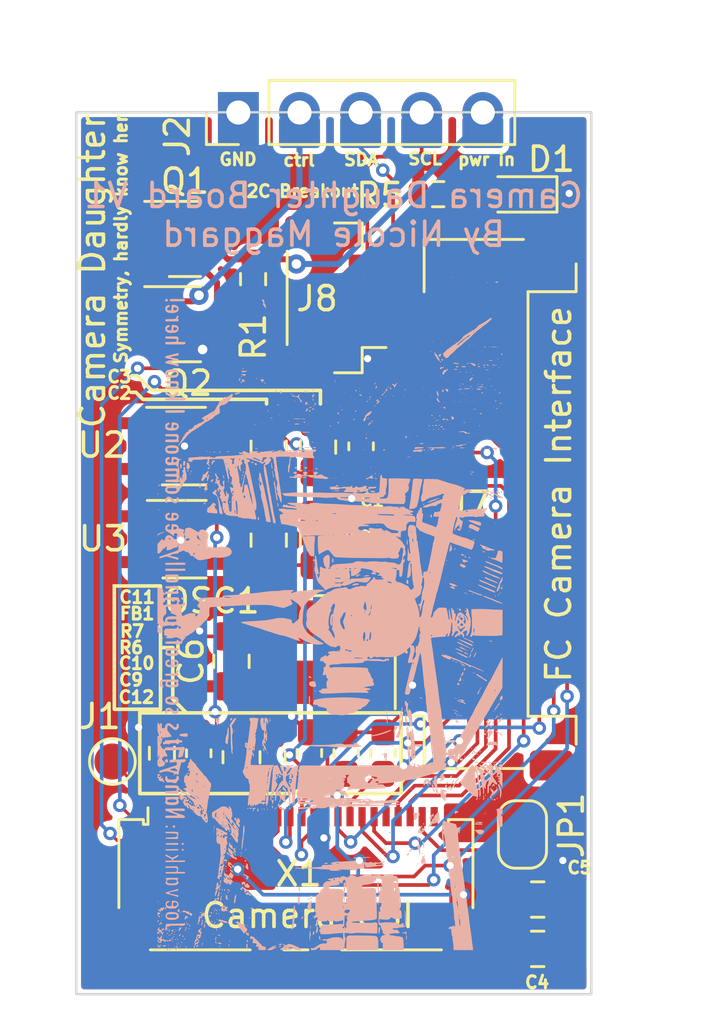
<source format=kicad_pcb>
(kicad_pcb (version 20221018) (generator pcbnew)
  (layers (0 "F.Cu" signal) (31 "B.Cu" signal) (34 "B.Paste" user) (35 "F.Paste" user) (36 "B.SilkS" user "B.Silkscreen") (37 "F.SilkS" user "F.Silkscreen") (38 "B.Mask" user) (39 "F.Mask" user) (44 "Edge.Cuts" user))
  (net 0 "")
  (net 1 "1.5V")
  (net 2 "+3V3")
  (net 3 "2.8V")
  (net 4 "VBUS_RESET {slash} PC")
  (net 5 "AGND")
  (net 6 "Net-(J1-Pin_1)")
  (net 7 "D9")
  (net 8 "D8")
  (net 9 "GND")
  (net 10 "ENABLE_BURN {slash} D7")
  (net 11 "D6")
  (net 12 "D5")
  (net 13 "D4")
  (net 14 "ENAB_RF {slash} D3")
  (net 15 "I2C_RESET {slash} D2")
  (net 16 "BURN_RELAY_A {slash} VS")
  (net 17 "HS")
  (net 18 "Net-(JP1-A)")
  (net 19 "Net-(OSC1-OUT)")
  (net 20 "Net-(X1-~{RESET})")
  (net 21 "Net-(X1-PWDN)")
  (net 24 "SDA1")
  (net 25 "SCL1")
  (net 27 "Net-(D1-A)")
  (net 28 "Net-(Q1-G)")
  (net 29 "pwr_in")
  (net 30 "pwr_ctrl")
  (footprint "Capacitor_SMD:C_0805_2012Metric_Pad1.18x1.45mm_HandSolder" (layer "F.Cu") (at 154.95 119.56 -90)
    (fp_text reference "C2")
    (fp_text value "10uF")
  )
  (footprint "Oscillator:Oscillator_SMD_SeikoEpson_SG8002CE-4Pin_3.2x2.5mm_HandSoldering" (layer "F.Cu") (at 157.41 128.07 180)
    (fp_text reference "OSC1")
    (fp_text value "24MHz 3.3V Oscillator")
  )
  (footprint "Jumper:SolderJumper-2_P1.3mm_Open_RoundedPad1.0x1.5mm" (layer "F.Cu") (at 165.5 135.64 90)
    (fp_text reference "JP1")
    (fp_text value "Jumper_2_Open")
  )
  (footprint "Capacitor_SMD:C_0603_1608Metric_Pad1.08x0.95mm_HandSolder" (layer "F.Cu") (at 158.79 119.5225 -90)
    (fp_text reference "C1")
    (fp_text value "1.0uF")
  )
  (footprint "Capacitor_SMD:C_0805_2012Metric_Pad1.18x1.45mm_HandSolder" (layer "F.Cu") (at 153.4 128.45 90)
    (fp_text reference "C6")
    (fp_text value "10uF")
  )
  (footprint "Capacitor_SMD:C_0603_1608Metric_Pad1.08x0.95mm_HandSolder" (layer "F.Cu") (at 159.7 132.26 90)
    (fp_text reference "C12")
    (fp_text value "22pF")
  )
  (footprint "Capacitor_SMD:C_0805_2012Metric_Pad1.18x1.45mm_HandSolder" (layer "F.Cu") (at 166.1325 140.39)
    (fp_text reference "C4")
    (fp_text value "10uF")
  )
  (footprint "Connector_Molex:Molex_Pico-Lock_504050-1291_1x12-1MP_P1.50mm_Horizontal" (layer "F.Cu") (at 164.305 121.915 90)
    (fp_text reference "J7")
    (fp_text value "FC Connector")
  )
  (footprint "Resistor_SMD:R_0603_1608Metric" (layer "F.Cu") (at 155.11 132.435 90)
    (fp_text reference "R7")
    (fp_text value "10K")
  )
  (footprint "Package_TO_SOT_SMD:SOT-23-5_HandSoldering" (layer "F.Cu") (at 151.45 123.3775)
    (fp_text reference "U3")
    (fp_text value "TLV74328")
  )
  (footprint "Capacitor_SMD:C_0603_1608Metric_Pad1.08x0.95mm_HandSolder" (layer "F.Cu") (at 158.17 132.26 90)
    (fp_text reference "C9")
    (fp_text value "0.1uF")
  )
  (footprint "Package_TO_SOT_SMD:SOT-23-5_HandSoldering" (layer "F.Cu") (at 151.42 119.5125)
    (fp_text reference "U2")
    (fp_text value "TLV74315")
  )
  (footprint "Resistor_SMD:R_0603_1608Metric_Pad0.98x0.95mm_HandSolder" (layer "F.Cu") (at 150.51 132.2675 -90)
    (fp_text reference "FB1")
    (fp_text value "ferrite")
  )
  (footprint "Capacitor_SMD:C_0603_1608Metric_Pad1.08x0.95mm_HandSolder" (layer "F.Cu") (at 152.04 132.2675 90)
    (fp_text reference "C11")
    (fp_text value "0.1uF")
  )
  (footprint "Capacitor_SMD:C_0805_2012Metric_Pad1.18x1.45mm_HandSolder" (layer "F.Cu") (at 157 119.5525 -90)
    (fp_text reference "C3")
    (fp_text value "10uF")
  )
  (footprint "Capacitor_SMD:C_0805_2012Metric_Pad1.18x1.45mm_HandSolder" (layer "F.Cu") (at 157 123.4075 -90)
    (fp_text reference "C7")
    (fp_text value "10uF")
  )
  (footprint "TestPoint:TestPoint_Pad_D1.5mm" (layer "F.Cu") (at 148.45 132.61)
    (fp_text reference "J1")
    (fp_text value "Conn_01x01")
  )
  (footprint "Resistor_SMD:R_0603_1608Metric" (layer "F.Cu") (at 154.3 112.58 -90)
    (fp_text reference "R1")
    (fp_text value "10K")
  )
  (footprint "Connector_PinHeader_2.54mm:PinHeader_1x05_P2.54mm_Vertical" (layer "F.Cu") (at 153.69 105.66 90)
    (fp_text reference "J2")
    (fp_text value "Conn_01x05")
  )
  (footprint "Capacitor_SMD:C_0603_1608Metric_Pad1.08x0.95mm_HandSolder" (layer "F.Cu") (at 156.64 132.2575 90)
    (fp_text reference "C10")
    (fp_text value "0.1uF")
  )
  (footprint "LED_SMD:LED_0603_1608Metric_Pad1.05x0.95mm_HandSolder" (layer "F.Cu") (at 165.275 109.06 180)
    (fp_text reference "D1")
    (fp_text value "IR26-21C_L110_TR8")
  )
  (footprint "Connector_FFC-FPC:Molex_502244-2430_1x24-1MP_P0.5mm_Horizontal" (layer "F.Cu") (at 156.08 137.98)
    (fp_text reference "X1")
    (fp_text value "CAMERA_OV2640")
  )
  (footprint "Capacitor_SMD:C_0805_2012Metric_Pad1.18x1.45mm_HandSolder" (layer "F.Cu") (at 154.95 123.4175 -90)
    (fp_text reference "C8")
    (fp_text value "10uF")
  )
  (footprint "Package_TO_SOT_SMD:SOT-23" (layer "F.Cu") (at 151.4675 110.91)
    (fp_text reference "Q1")
    (fp_text value "BSS83P")
  )
  (footprint "Package_TO_SOT_SMD:SOT-23" (layer "F.Cu") (at 151.4675 114.45)
    (fp_text reference "Q2")
    (fp_text value "BSS138")
  )
  (footprint "Connector_JST:JST_SH_BM04B-SRSS-TB_1x04-1MP_P1.00mm_Vertical" (layer "F.Cu") (at 157.725 113.3575 90)
    (fp_text reference "J8")
    (fp_text value "I2C1 Breakout")
  )
  (footprint "Resistor_SMD:R_0603_1608Metric" (layer "F.Cu") (at 161.995 109.05)
    (fp_text reference "R5")
    (fp_text value "10K")
  )
  (footprint "Resistor_SMD:R_0603_1608Metric" (layer "F.Cu") (at 153.57 132.43 -90)
    (fp_text reference "R6")
    (fp_text value "10K")
  )
  (footprint "Capacitor_SMD:C_0805_2012Metric_Pad1.18x1.45mm_HandSolder" (layer "F.Cu") (at 166.1325 138.34)
    (fp_text reference "C5")
    (fp_text value "10uF")
  )
  (footprint "LOGO" (layer "B.Cu") (at 157.46 126.44 90)
    (fp_text reference "G***" hide)
    (fp_text value "LOGO" hide)
  )
  (gr_rect (start 148.53 125.32) (end 150.45 130.44) (stroke (width 0.15)) (fill none) (layer "F.SilkS"))
  (gr_line (start 157.1 117.2) (end 157.1 117.76) (stroke (width 0.15)) (layer "F.SilkS"))
  (gr_rect (start 149.59 130.59) (end 160.46 133.94) (stroke (width 0.15)) (fill none) (layer "F.SilkS"))
  (gr_line (start 154.86 117.57) (end 154.86 117.76) (stroke (width 0.15)) (layer "F.SilkS"))
  (gr_line (start 150.09 117.2) (end 157.1 117.2) (stroke (width 0.15)) (layer "F.SilkS"))
  (gr_line (start 149.26 116.59) (end 149.48 116.59) (stroke (width 0.15)) (layer "F.SilkS"))
  (gr_line (start 150.45 127.88) (end 150.96 127.88) (stroke (width 0.15)) (layer "F.SilkS"))
  (gr_line (start 150.96 130.02) (end 151.53 130.59) (stroke (width 0.15)) (layer "F.SilkS"))
  (gr_line (start 149.48 116.59) (end 150.09 117.2) (stroke (width 0.15)) (layer "F.SilkS"))
  (gr_line (start 149.22 117.28) (end 149.43 117.28) (stroke (width 0.15)) (layer "F.SilkS"))
  (gr_line (start 149.43 117.28) (end 149.72 117.57) (stroke (width 0.15)) (layer "F.SilkS"))
  (gr_line (start 149.72 117.57) (end 154.86 117.57) (stroke (width 0.15)) (layer "F.SilkS"))
  (gr_line (start 150.96 127.88) (end 150.96 130.02) (stroke (width 0.15)) (layer "F.SilkS"))
  (gr_rect (start 146.95 105.65) (end 168.36 142.27) (stroke (width 0.1)) (fill none) (layer "Edge.Cuts"))
  (gr_text "Camera Daughter Board V1\nBy Nicole Maggard" (at 157.65 111.3) (layer "B.SilkS") (effects (font (size 1 1)) (justify bottom mirror)))
  (gr_text "pwr in" (at 162.75 107.9) (layer "F.SilkS") (effects (font (size 0.5 0.5) (thickness 0.125) bold) (justify left bottom)))
  (gr_text "Symmetry, hardly know her" (at 149.1 116.15 90) (layer "F.SilkS") (effects (font (size 0.5 0.5) (thickness 0.125) bold) (justify left bottom)))
  (gr_text "FC Camera Interface" (at 167.59 129.42 90) (layer "F.SilkS") (effects (font (size 1 1)) (justify left bottom)))
  (gr_text "SCL" (at 160.68 107.87) (layer "F.SilkS") (effects (font (size 0.5 0.5) (thickness 0.125)) (justify left bottom)))
  (gr_text "I2C Breakout" (at 153.72 109.22) (layer "F.SilkS") (effects (font (size 0.5 0.5) (thickness 0.125)) (justify left bottom)))
  (gr_text "Camera CSI" (at 152.07 139.59) (layer "F.SilkS") (effects (font (size 1 1)) (justify left bottom)))
  (gr_text "GND" (at 152.83 107.9) (layer "F.SilkS") (effects (font (size 0.5 0.5) (thickness 0.125)) (justify left bottom)))
  (gr_text "SDA" (at 158.01 107.91) (layer "F.SilkS") (effects (font (size 0.5 0.5) (thickness 0.125)) (justify left bottom)))
  (gr_text "ctrl" (at 155.49 107.93) (layer "F.SilkS") (effects (font (size 0.5 0.5) (thickness 0.125)) (justify left bottom)))
  (gr_text "Camera Daughter" (at 148.21 118.86 90) (layer "F.SilkS") (effects (font (size 1 1)) (justify left bottom)))
  (segment (start 156.64 133.12) (end 155.5362 134.2238) (width 0.1524) (layer "F.Cu") (net 1))
  (segment (start 156.64 133.12) (end 156.598746 133.12) (width 0.1524) (layer "F.Cu") (net 1))
  (segment (start 158.6925 118.5625) (end 152.77 118.5625) (width 0.1524) (layer "F.Cu") (net 1))
  (segment (start 158.79 118.66) (end 158.6925 118.5625) (width 0.1524) (layer "F.Cu") (net 1))
  (segment (start 155.8475 119.42) (end 154.95 118.5225) (width 0.1524) (layer "F.Cu") (net 1))
  (segment (start 154.83 134.2976) (end 154.83 134.9) (width 0.1524) (layer "F.Cu") (net 1))
  (segment (start 155.5362 134.2238) (end 154.9038 134.2238) (width 0.1524) (layer "F.Cu") (net 1))
  (segment (start 156.1 119.42) (end 155.8475 119.42) (width 0.1524) (layer "F.Cu") (net 1))
  (segment (start 156.598746 133.12) (end 155.814936 132.33619) (width 0.1524) (layer "F.Cu") (net 1))
  (segment (start 154.9038 134.2238) (end 154.83 134.2976) (width 0.1524) (layer "F.Cu") (net 1))
  (via (at 155.814936 132.33619) (size 0.56) (drill 0.3) (layers "F.Cu" "B.Cu") (net 1))
  (via (at 156.1 119.42) (size 0.56) (drill 0.3) (layers "F.Cu" "B.Cu") (net 1))
  (segment (start 155.814936 132.33619) (end 156.4562 131.694926) (width 0.1524) (layer "B.Cu") (net 1))
  (segment (start 156.4562 131.694926) (end 156.4562 119.7762) (width 0.1524) (layer "B.Cu") (net 1))
  (segment (start 156.4562 119.7762) (end 156.1 119.42) (width 0.1524) (layer "B.Cu") (net 1))
  (segment (start 155.952182 137.032182) (end 155.06 136.14) (width 0.1524) (layer "F.Cu") (net 2))
  (segment (start 155.33 135.5024) (end 155.33 134.9) (width 0.1524) (layer "F.Cu") (net 2))
  (segment (start 158.72 136.72) (end 158.407818 137.032182) (width 0.1524) (layer "F.Cu") (net 2))
  (segment (start 155.06 136.14) (end 155.06 135.7724) (width 0.1524) (layer "F.Cu") (net 2))
  (segment (start 163.25 138.34) (end 163.05 138.14) (width 0.1524) (layer "F.Cu") (net 2))
  (segment (start 157.8 134.020498) (end 157.8 133.4925) (width 0.1524) (layer "F.Cu") (net 2))
  (segment (start 155.06 135.7724) (end 155.33 135.5024) (width 0.1524) (layer "F.Cu") (net 2))
  (segment (start 158.96 129.32) (end 158.96 126.82) (width 0.1524) (layer "F.Cu") (net 2))
  (segment (start 165.095 138.34) (end 163.25 138.34) (width 0.1524) (layer "F.Cu") (net 2))
  (segment (start 153.57 129.6575) (end 153.4 129.4875) (width 0.1524) (layer "F.Cu") (net 2))
  (segment (start 158.407818 137.032182) (end 155.952182 137.032182) (width 0.1524) (layer "F.Cu") (net 2))
  (segment (start 157.8 133.4925) (end 158.17 133.1225) (width 0.1524) (layer "F.Cu") (net 2))
  (segment (start 153.57 131.605) (end 153.57 129.6575) (width 0.1524) (layer "F.Cu") (net 2))
  (via (at 153.66 137.08) (size 0.56) (drill 0.3) (layers "F.Cu" "B.Cu") (net 2))
  (via (at 158.72 136.72) (size 0.56) (drill 0.3) (layers "F.Cu" "B.Cu") (net 2))
  (via (at 157.8 134.020498) (size 0.56) (drill 0.3) (layers "F.Cu" "B.Cu") (net 2))
  (via (at 163.05 138.14) (size 0.56) (drill 0.3) (layers "F.Cu" "B.Cu") (net 2))
  (segment (start 158.339114 136.72) (end 157.8 136.180886) (width 0.1524) (layer "B.Cu") (net 2))
  (segment (start 158.72 136.72) (end 158.67 136.77) (width 0.1524) (layer "B.Cu") (net 2))
  (segment (start 158.67 138.14) (end 154.72 138.14) (width 0.1524) (layer "B.Cu") (net 2))
  (segment (start 154.72 138.14) (end 153.66 137.08) (width 0.1524) (layer "B.Cu") (net 2))
  (segment (start 158.67 136.77) (end 158.67 138.14) (width 0.1524) (layer "B.Cu") (net 2))
  (segment (start 157.8 136.180886) (end 157.8 134.020498) (width 0.1524) (layer "B.Cu") (net 2))
  (segment (start 163.05 138.14) (end 158.67 138.14) (width 0.1524) (layer "B.Cu") (net 2))
  (segment (start 158.72 136.72) (end 158.339114 136.72) (width 0.1524) (layer "B.Cu") (net 2))
  (segment (start 157 122.37) (end 156.9425 122.4275) (width 0.1524) (layer "F.Cu") (net 3))
  (segment (start 156.9425 122.4275) (end 152.8 122.4275) (width 0.1524) (layer "F.Cu") (net 3))
  (segment (start 151.83 133.34) (end 152.04 133.13) (width 0.127) (layer "F.Cu") (net 3))
  (segment (start 152.7912 130.611635) (end 152.721871 130.542306) (width 0.1524) (layer "F.Cu") (net 3))
  (segment (start 152.04 133.13) (end 152.7912 132.3788) (width 0.1524) (layer "F.Cu") (net 3))
  (segment (start 151.83 134.9) (end 151.83 133.34) (width 0.127) (layer "F.Cu") (net 3))
  (segment (start 152.79 123.3) (end 152.79 122.4375) (width 0.1524) (layer "F.Cu") (net 3))
  (segment (start 152.7912 132.3788) (end 152.7912 130.611635) (width 0.1524) (layer "F.Cu") (net 3))
  (segment (start 152.79 122.4375) (end 152.8 122.4275) (width 0.1524) (layer "F.Cu") (net 3))
  (via (at 152.721871 130.542306) (size 0.56) (drill 0.3) (layers "F.Cu" "B.Cu") (net 3))
  (via (at 152.79 123.3) (size 0.56) (drill 0.3) (layers "F.Cu" "B.Cu") (net 3))
  (segment (start 152.721871 123.368129) (end 152.79 123.3) (width 0.1524) (layer "B.Cu") (net 3))
  (segment (start 152.721871 130.542306) (end 152.721871 123.368129) (width 0.1524) (layer "B.Cu") (net 3))
  (segment (start 160.225017 133.1225) (end 160.559894 132.787623) (width 0.1524) (layer "F.Cu") (net 4))
  (segment (start 159.7 133.1225) (end 160.225017 133.1225) (width 0.1524) (layer "F.Cu") (net 4))
  (segment (start 159.5051 133.1225) (end 159.7 133.1225) (width 0.1524) (layer "F.Cu") (net 4))
  (segment (start 166.2 120.665046) (end 162.199954 116.665) (width 0.1524) (layer "F.Cu") (net 4))
  (segment (start 166.2 131.22) (end 166.2 120.665046) (width 0.1524) (layer "F.Cu") (net 4))
  (segment (start 158.33 134.9) (end 158.33 134.2976) (width 0.1524) (layer "F.Cu") (net 4))
  (segment (start 162.199954 116.665) (end 161.51 116.665) (width 0.1524) (layer "F.Cu") (net 4))
  (segment (start 158.33 134.2976) (end 159.5051 133.1225) (width 0.1524) (layer "F.Cu") (net 4))
  (via (at 166.2 131.22) (size 0.56) (drill 0.3) (layers "F.Cu" "B.Cu") (net 4))
  (via (at 160.559894 132.787623) (size 0.56) (drill 0.3) (layers "F.Cu" "B.Cu") (net 4))
  (segment (start 166.1738 131.1938) (end 166.2 131.22) (width 0.1524) (layer "B.Cu") (net 4))
  (segment (start 160.559894 132.787623) (end 162.153717 131.1938) (width 0.1524) (layer "B.Cu") (net 4))
  (segment (start 162.153717 131.1938) (end 166.1738 131.1938) (width 0.1524) (layer "B.Cu") (net 4))
  (segment (start 150.83 133.5) (end 150.51 133.18) (width 0.127) (layer "F.Cu") (net 5))
  (segment (start 150.83 134.9) (end 150.83 133.5) (width 0.127) (layer "F.Cu") (net 5))
  (segment (start 150.33 134.9) (end 150.33 134.49) (width 0.127) (layer "F.Cu") (net 6))
  (segment (start 150.33 134.49) (end 148.45 132.61) (width 0.127) (layer "F.Cu") (net 6))
  (segment (start 161.727738 131.05) (end 162.2862 130.491538) (width 0.1524) (layer "F.Cu") (net 7))
  (segment (start 161.26 131.05) (end 161.727738 131.05) (width 0.1524) (layer "F.Cu") (net 7))
  (segment (start 162.2862 129.4412) (end 161.51 128.665) (width 0.1524) (layer "F.Cu") (net 7))
  (segment (start 162.2862 130.491538) (end 162.2862 129.4412) (width 0.1524) (layer "F.Cu") (net 7))
  (segment (start 155.66208 135.9562) (end 155.83 135.78828) (width 0.1524) (layer "F.Cu") (net 7))
  (segment (start 155.83 135.78828) (end 155.83 134.9) (width 0.1524) (layer "F.Cu") (net 7))
  (via (at 155.66208 135.9562) (size 0.56) (drill 0.3) (layers "F.Cu" "B.Cu") (net 7))
  (via (at 161.26 131.05) (size 0.56) (drill 0.3) (layers "F.Cu" "B.Cu") (net 7))
  (segment (start 155.66208 135.9562) (end 155.66208 134.66792) (width 0.1524) (layer "B.Cu") (net 7))
  (segment (start 159.28 131.05) (end 161.26 131.05) (width 0.1524) (layer "B.Cu") (net 7))
  (segment (start 155.66208 134.66792) (end 159.28 131.05) (width 0.1524) (layer "B.Cu") (net 7))
  (segment (start 161.440287 131.835819) (end 162.8 130.476106) (width 0.1524) (layer "F.Cu") (net 8))
  (segment (start 162.8 127.34) (end 162.625 127.165) (width 0.1524) (layer "F.Cu") (net 8))
  (segment (start 156.83 135.410226) (end 156.83 134.9) (width 0.1524) (layer "F.Cu") (net 8))
  (segment (start 156.31 135.930226) (end 156.83 135.410226) (width 0.1524) (layer "F.Cu") (net 8))
  (segment (start 162.625 127.165) (end 161.51 127.165) (width 0.1524) (layer "F.Cu") (net 8))
  (segment (start 162.8 130.476106) (end 162.8 127.34) (width 0.1524) (layer "F.Cu") (net 8))
  (segment (start 160.725819 131.835819) (end 161.440287 131.835819) (width 0.1524) (layer "F.Cu") (net 8))
  (segment (start 156.31 136.476482) (end 156.31 135.930226) (width 0.1524) (layer "F.Cu") (net 8))
  (via (at 160.725819 131.835819) (size 0.56) (drill 0.3) (layers "F.Cu" "B.Cu") (net 8))
  (via (at 156.31 136.476482) (size 0.56) (drill 0.3) (layers "F.Cu" "B.Cu") (net 8))
  (segment (start 160.725819 131.835819) (end 159.198093 131.835819) (width 0.1524) (layer "B.Cu") (net 8))
  (segment (start 156.21828 136.384762) (end 156.31 136.476482) (width 0.1524) (layer "B.Cu") (net 8))
  (segment (start 159.198093 131.835819) (end 156.21828 134.815632) (width 0.1524) (layer "B.Cu") (net 8))
  (segment (start 156.21828 134.815632) (end 156.21828 136.384762) (width 0.1524) (layer "B.Cu") (net 8))
  (segment (start 167.17 140.39) (end 167.17 138.34) (width 0.1524) (layer "F.Cu") (net 9))
  (segment (start 161.51 130.02) (end 160.93 129.44) (width 0.1524) (layer "F.Cu") (net 9))
  (segment (start 159.7 131.3975) (end 158.17 131.3975) (width 0.1524) (layer "F.Cu") (net 9))
  (segment (start 149.705 131.355) (end 149.54 131.19) (width 0.1524) (layer "F.Cu") (net 9))
  (segment (start 155.86 125.365) (end 154.95 124.455) (width 0.1524) (layer "F.Cu") (net 9))
  (segment (start 150.51 131.355) (end 149.705 131.355) (width 0.1524) (layer "F.Cu") (net 9))
  (segment (start 157.33 135.696812) (end 157.33 134.9) (width 0.1524) (layer "F.Cu") (net 9))
  (segment (start 155.325 131.305) (end 155.325 131.395) (width 0.1524) (layer "F.Cu") (net 9))
  (segment (start 152.1 115.4) (end 152.2 115.5) (width 0.25) (layer "F.Cu") (net 9))
  (segment (start 154.95 120.5975) (end 158.5775 120.5975) (width 0.1524) (layer "F.Cu") (net 9))
  (segment (start 161.51 130.165) (end 161.51 130.02) (width 0.1524) (layer "F.Cu") (net 9))
  (segment (start 154.95 124.455) (end 156.99 124.455) (width 0.1524) (layer "F.Cu") (net 9))
  (segment (start 167.4 109.06) (end 167.44 109.02) (width 0.1524) (layer "F.Cu") (net 9))
  (segment (start 155.86 126.82) (end 155.86 125.365) (width 0.1524) (layer "F.Cu") (net 9))
  (segment (start 151.2475 123.3775) (end 151.29 123.42) (width 0.1524) (layer "F.Cu") (net 9))
  (segment (start 155.325 131.395) (end 155.11 131.61) (width 0.1524) (layer "F.Cu") (net 9))
  (segment (start 155.86 126.82) (end 153.9925 126.82) (width 0.1524) (layer "F.Cu") (net 9))
  (segment (start 155.9 130.73) (end 155.325 131.305) (width 0.1524) (layer "F.Cu") (net 9))
  (segment (start 157.2443 135.782512) (end 157.33 135.696812) (width 0.1524) (layer "F.Cu") (net 9))
  (segment (start 159.05 115.87) (end 159.06 115.88) (width 0.1524) (layer "F.Cu") (net 9))
  (segment (start 158.5775 120.5975) (end 158.79 120.385) (width 0.1524) (layer "F.Cu") (net 9))
  (segment (start 153.9925 126.82) (end 153.4 127.4125) (width 0.1524) (layer "F.Cu") (net 9))
  (segment (start 166.15 109.06) (end 167.4 109.06) (width 0.1524) (layer "F.Cu") (net 9))
  (segment (start 167.17 138.34) (end 167.17 136.73) (width 0.1524) (layer "F.Cu") (net 9))
  (segment (start 161.51 130.165) (end 160.9325 130.165) (width 0.1524) (layer "F.Cu") (net 9))
  (segment (start 158.79 120.385) (end 158.79 121.3) (width 0.1524) (layer "F.Cu") (net 9))
  (segment (start 152.3025 127.4125) (end 152.08 127.19) (width 0.1524) (layer "F.Cu") (net 9))
  (segment (start 167.17 136.73) (end 167.18 136.72) (width 0.1524) (layer "F.Cu") (net 9))
  (segment (start 159.05 114.8575) (end 159.05 115.87) (width 0.1524) (layer "F.Cu") (net 9))
  (segment (start 150.56 131.405) (end 150.51 131.355) (width 0.1524) (layer "F.Cu") (net 9))
  (segment (start 158.79 121.3) (end 158.4 121.69) (width 0.1524) (layer "F.Cu") (net 9))
  (segment (start 156.565 131.395) (end 156.64 131.395) (width 0.1524) (layer "F.Cu") (net 9))
  (segment (start 152.04 131.405) (end 150.56 131.405) (width 0.1524) (layer "F.Cu") (net 9))
  (segment (start 160.9325 130.165) (end 159.7 131.3975) (width 0.1524) (layer "F.Cu") (net 9))
  (segment (start 156.99 124.455) (end 157 124.445) (width 0.1524) (layer "F.Cu") (net 9))
  (segment (start 150.1 123.3775) (end 151.2475 123.3775) (width 0.1524) (layer "F.Cu") (net 9))
  (segment (start 150.07 119.5125) (end 151.4475 119.5125) (width 0.1524) (layer "F.Cu") (net 9))
  (segment (start 157 120.59) (end 157.3 120.59) (width 0.1524) (layer "F.Cu") (net 9))
  (segment (start 150.53 115.4) (end 152.1 115.4) (width 0.25) (layer "F.Cu") (net 9))
  (segment (start 157.3 120.59) (end 158.4 121.69) (width 0.1524) (layer "F.Cu") (net 9))
  (segment (start 155.9 130.73) (end 156.565 131.395) (width 0.1524) (layer "F.Cu") (net 9))
  (segment (start 153.4 127.4125) (end 152.3025 127.4125) (width 0.1524) (layer "F.Cu") (net 9))
  (segment (start 151.4475 119.5125) (end 151.45 119.51) (width 0.1524) (layer "F.Cu") (net 9))
  (via (at 157.2443 135.782512) (size 0.56) (drill 0.3) (layers "F.Cu" "B.Cu") (net 9))
  (via (at 155.9 130.73) (size 0.56) (drill 0.3) (layers "F.Cu" "B.Cu") (net 9))
  (via (at 152.08 127.19) (size 0.56) (drill 0.3) (layers "F.Cu" "B.Cu") (net 9))
  (via (at 158.4 121.69) (size 0.56) (drill 0.3) (layers "F.Cu" "B.Cu") (net 9))
  (via (at 151.45 119.51) (size 0.56) (drill 0.3) (layers "F.Cu" "B.Cu") (net 9))
  (via (at 159.06 115.88) (size 0.56) (drill 0.3) (layers "F.Cu" "B.Cu") (net 9))
  (via (at 152.2 115.5) (size 0.8) (drill 0.4) (layers "F.Cu" "B.Cu") (net 9))
  (via (at 151.29 123.42) (size 0.56) (drill 0.3) (layers "F.Cu" "B.Cu") (net 9))
  (via (at 167.18 136.72) (size 0.56) (drill 0.3) (layers "F.Cu" "B.Cu") (net 9))
  (via (at 149.54 131.19) (size 0.56) (drill 0.3) (layers "F.Cu" "B.Cu") (net 9))
  (via (at 167.44 109.02) (size 0.56) (drill 0.3) (layers "F.Cu" "B.Cu") (net 9))
  (via (at 160.93 129.44) (size 0.56) (drill 0.3) (layers "F.Cu" "B.Cu") (net 9))
  (segment (start 157.83 134.9) (end 157.83 135.4243) (width 0.1524) (layer "F.Cu") (net 10))
  (segment (start 162.755 125.665) (end 161.51 125.665) (width 0.1524) (layer "F.Cu") (net 10))
  (segment (start 162.8805 131.7495) (end 163.2752 131.3548) (width 0.1524) (layer "F.Cu") (net 10))
  (segment (start 157.83 135.4243) (end 158.3557 135.95) (width 0.1524) (layer "F.Cu") (net 10))
  (segment (start 163.2752 126.1852) (end 162.755 125.665) (width 0.1524) (layer "F.Cu") (net 10))
  (segment (start 163.2752 131.3548) (end 163.2752 126.1852) (width 0.1524) (layer "F.Cu") (net 10))
  (segment (start 162.88 131.7495) (end 162.8805 131.7495) (width 0.1524) (layer "F.Cu") (net 10))
  (via (at 162.88 131.7495) (size 0.56) (drill 0.3) (layers "F.Cu" "B.Cu") (net 10))
  (via (at 158.3557 135.95) (size 0.56) (drill 0.3) (layers "F.Cu" "B.Cu") (net 10))
  (segment (start 162.5562 131.7495) (end 162.88 131.7495) (width 0.1524) (layer "B.Cu") (net 10))
  (segment (start 158.3557 135.95) (end 162.5562 131.7495) (width 0.1524) (layer "B.Cu") (net 10))
  (segment (start 158.83 135.500768) (end 159.884072 136.55484) (width 0.1524) (layer "F.Cu") (net 11))
  (segment (start 162.532876 132.652876) (end 162.820388 132.652876) (width 0.1524) (layer "F.Cu") (net 11))
  (segment (start 163.0826 124.165) (end 161.51 124.165) (width 0.1524) (layer "F.Cu") (net 11))
  (segment (start 162.820388 132.652876) (end 163.6276 131.845664) (width 0.1524) (layer "F.Cu") (net 11))
  (segment (start 158.83 134.9) (end 158.83 135.500768) (width 0.1524) (layer "F.Cu") (net 11))
  (segment (start 163.6276 124.71) (end 163.0826 124.165) (width 0.1524) (layer "F.Cu") (net 11))
  (segment (start 163.6276 131.845664) (end 163.6276 124.71) (width 0.1524) (layer "F.Cu") (net 11))
  (segment (start 159.884072 136.55484) (end 160.12 136.55484) (width 0.1524) (layer "F.Cu") (net 11))
  (via (at 162.532876 132.652876) (size 0.56) (drill 0.3) (layers "F.Cu" "B.Cu") (net 11))
  (via (at 160.12 136.55484) (size 0.56) (drill 0.3) (layers "F.Cu" "B.Cu") (net 11))
  (segment (start 160.12 135.065752) (end 162.532876 132.652876) (width 0.1524) (layer "B.Cu") (net 11))
  (segment (start 160.12 136.55484) (end 160.12 135.065752) (width 0.1524) (layer "B.Cu") (net 11))
  (segment (start 163.98 131.991632) (end 163.98 123.21) (width 0.1524) (layer "F.Cu") (net 12))
  (segment (start 163.435 122.665) (end 161.51 122.665) (width 0.1524) (layer "F.Cu") (net 12))
  (segment (start 160.920048 133.210816) (end 162.760816 133.210816) (width 0.1524) (layer "F.Cu") (net 12))
  (segment (start 159.83 134.300864) (end 160.920048 133.210816) (width 0.1524) (layer "F.Cu") (net 12))
  (segment (start 159.83 134.9) (end 159.83 134.300864) (width 0.1524) (layer "F.Cu") (net 12))
  (segment (start 163.98 123.21) (end 163.435 122.665) (width 0.1524) (layer "F.Cu") (net 12))
  (segment (start 162.760816 133.210816) (end 163.98 131.991632) (width 0.1524) (layer "F.Cu") (net 12))
  (segment (start 164.94 132.05) (end 164.94 121.5) (width 0.1524) (layer "F.Cu") (net 13))
  (segment (start 160.83 134.9) (end 160.83 134.2976) (width 0.1524) (layer "F.Cu") (net 13))
  (segment (start 162.97 134.02) (end 164.94 132.05) (width 0.1524) (layer "F.Cu") (net 13))
  (segment (start 160.83 134.2976) (end 161.1076 134.02) (width 0.1524) (layer "F.Cu") (net 13))
  (segment (start 164.605 121.165) (end 161.51 121.165) (width 0.1524) (layer "F.Cu") (net 13))
  (segment (start 164.94 121.5) (end 164.605 121.165) (width 0.1524) (layer "F.Cu") (net 13))
  (segment (start 161.1076 134.02) (end 162.97 134.02) (width 0.1524) (layer "F.Cu") (net 13))
  (segment (start 164.3843 132.0857) (end 164.3843 122.000027) (width 0.1524) (layer "F.Cu") (net 14))
  (segment (start 164.03 119.78) (end 161.625 119.78) (width 0.1524) (layer "F.Cu") (net 14))
  (segment (start 160.33 134.299232) (end 161.019232 133.61) (width 0.1524) (layer "F.Cu") (net 14))
  (segment (start 161.625 119.78) (end 161.51 119.665) (width 0.1524) (layer "F.Cu") (net 14))
  (segment (start 161.019232 133.61) (end 162.86 133.61) (width 0.1524) (layer "F.Cu") (net 14))
  (segment (start 160.33 134.9) (end 160.33 134.299232) (width 0.1524) (layer "F.Cu") (net 14))
  (segment (start 162.86 133.61) (end 164.3843 132.0857) (width 0.1524) (layer "F.Cu") (net 14))
  (via (at 164.03 119.78) (size 0.56) (drill 0.3) (layers "F.Cu" "B.Cu") (net 14))
  (via (at 164.3843 122.000027) (size 0.56) (drill 0.3) (layers "F.Cu" "B.Cu") (net 14))
  (segment (start 164.3843 122.000027) (end 164.3843 120.1343) (width 0.1524) (layer "B.Cu") (net 14))
  (segment (start 164.3843 120.1343) (end 164.03 119.78) (width 0.1524) (layer "B.Cu") (net 14))
  (segment (start 165.55 120.513414) (end 163.201586 118.165) (width 0.1524) (layer "F.Cu") (net 15))
  (segment (start 165.55 131.75) (end 165.55 120.513414) (width 0.1524) (layer "F.Cu") (net 15))
  (segment (start 159.33 135.5024) (end 159.82674 135.99914) (width 0.1524) (layer "F.Cu") (net 15))
  (segment (start 163.201586 118.165) (end 161.51 118.165) (width 0.1524) (layer "F.Cu") (net 15))
  (segment (start 159.33 134.9) (end 159.33 135.5024) (width 0.1524) (layer "F.Cu") (net 15))
  (segment (start 159.82674 135.99914) (end 161.04086 135.99914) (width 0.1524) (layer "F.Cu") (net 15))
  (via (at 165.55 131.75) (size 0.56) (drill 0.3) (layers "F.Cu" "B.Cu") (net 15))
  (via (at 161.04086 135.99914) (size 0.56) (drill 0.3) (layers "F.Cu" "B.Cu") (net 15))
  (segment (start 161.04086 135.99914) (end 161.30086 135.99914) (width 0.1524) (layer "B.Cu") (net 15))
  (segment (start 161.30086 135.99914) (end 165.55 131.75) (width 0.1524) (layer "B.Cu") (net 15))
  (segment (start 166.8 119.52) (end 162.445 115.165) (width 0.1524) (layer "F.Cu") (net 16))
  (segment (start 161.593018 137.736982) (end 161.81 137.52) (width 0.1524) (layer "F.Cu") (net 16))
  (segment (start 153.33 134.9) (end 153.33 135.406737) (width 0.1524) (layer "F.Cu") (net 16))
  (segment (start 155.660245 137.736982) (end 161.593018 137.736982) (width 0.1524) (layer "F.Cu") (net 16))
  (segment (start 166.8 130.51) (end 166.8 119.52) (width 0.1524) (layer "F.Cu") (net 16))
  (segment (start 153.33 135.406737) (end 155.660245 137.736982) (width 0.1524) (layer "F.Cu") (net 16))
  (segment (start 162.445 115.165) (end 161.51 115.165) (width 0.1524) (layer "F.Cu") (net 16))
  (via (at 161.81 137.52) (size 0.56) (drill 0.3) (layers "F.Cu" "B.Cu") (net 16))
  (via (at 166.8 130.51) (size 0.56) (drill 0.3) (layers "F.Cu" "B.Cu") (net 16))
  (segment (start 161.81 136.5) (end 166.52 131.79) (width 0.1524) (layer "B.Cu") (net 16))
  (segment (start 166.8 131.51) (end 166.8 130.51) (width 0.1524) (layer "B.Cu") (net 16))
  (segment (start 161.81 137.52) (end 161.81 136.5) (width 0.1524) (layer "B.Cu") (net 16))
  (segment (start 166.52 131.79) (end 166.8 131.51) (width 0.1524) (layer "B.Cu") (net 16))
  (segment (start 167.3557 118.4757) (end 162.545 113.665) (width 0.1524) (layer "F.Cu") (net 17))
  (segment (start 154.33 134.9) (end 154.33 135.908368) (width 0.1524) (layer "F.Cu") (net 17))
  (segment (start 167.3557 129.9) (end 167.3557 118.4757) (width 0.1524) (layer "F.Cu") (net 17))
  (segment (start 161.45 136.93) (end 162.49 136.93) (width 0.1524) (layer "F.Cu") (net 17))
  (segment (start 160.995418 137.384582) (end 161.45 136.93) (width 0.1524) (layer "F.Cu") (net 17))
  (segment (start 155.806214 137.384582) (end 160.995418 137.384582) (width 0.1524) (layer "F.Cu") (net 17))
  (segment (start 154.33 135.908368) (end 155.806214 137.384582) (width 0.1524) (layer "F.Cu") (net 17))
  (segment (start 162.545 113.665) (end 161.51 113.665) (width 0.1524) (layer "F.Cu") (net 17))
  (via (at 162.49 136.93) (size 0.56) (drill 0.3) (layers "F.Cu" "B.Cu") (net 17))
  (via (at 167.3557 129.9) (size 0.56) (drill 0.3) (layers "F.Cu" "B.Cu") (net 17))
  (segment (start 167.3557 132.0643) (end 167.3557 129.9) (width 0.1524) (layer "B.Cu") (net 17))
  (segment (start 162.49 136.93) (end 167.3557 132.0643) (width 0.1524) (layer "B.Cu") (net 17))
  (segment (start 165.5 136.29) (end 162.1176 136.29) (width 0.1524) (layer "F.Cu") (net 18))
  (segment (start 162.1176 136.29) (end 161.33 135.5024) (width 0.1524) (layer "F.Cu") (net 18))
  (segment (start 161.33 135.5024) (end 161.33 134.9) (width 0.1524) (layer "F.Cu") (net 18))
  (segment (start 156.6776 133.95) (end 157.073982 133.95) (width 0.1524) (layer "F.Cu") (net 19))
  (segment (start 157.3912 133.632782) (end 157.3912 130.8512) (width 0.1524) (layer "F.Cu") (net 19))
  (segment (start 157.073982 133.95) (end 157.3912 133.632782) (width 0.1524) (layer "F.Cu") (net 19))
  (segment (start 156.33 134.2976) (end 156.6776 133.95) (width 0.1524) (layer "F.Cu") (net 19))
  (segment (start 156.33 134.9) (end 156.33 134.2976) (width 0.1524) (layer "F.Cu") (net 19))
  (segment (start 157.3912 130.8512) (end 155.86 129.32) (width 0.1524) (layer "F.Cu") (net 19))
  (segment (start 153.57 133.255) (end 152.83 133.995) (width 0.1524) (layer "F.Cu") (net 20))
  (segment (start 152.83 133.995) (end 152.83 134.9) (width 0.1524) (layer "F.Cu") (net 20))
  (segment (start 153.83 134.2976) (end 153.83 134.9) (width 0.1524) (layer "F.Cu") (net 21))
  (segment (start 154.8676 133.26) (end 153.83 134.2976) (width 0.1524) (layer "F.Cu") (net 21))
  (segment (start 155.11 133.26) (end 154.8676 133.26) (width 0.1524) (layer "F.Cu") (net 21))
  (segment (start 158.080841 112.8575) (end 159.05 112.8575) (width 0.1524) (layer "F.Cu") (net 24))
  (segment (start 151.33 134.9) (end 151.33 135.477) (width 0.127) (layer "F.Cu") (net 24))
  (segment (start 150.5043 117.14) (end 153.798341 117.14) (width 0.1524) (layer "F.Cu") (net 24))
  (segment (start 159.05 112.8575) (end 159.427738 112.8575) (width 0.1524) (layer "F.Cu") (net 24))
  (segment (start 160.12 108.48) (end 159.69294 108.05294) (width 0.1524) (layer "F.Cu") (net 24))
  (segment (start 149.8935 135.5635) (end 148.76 134.43) (width 0.127) (layer "F.Cu") (net 24))
  (segment (start 160.12 112.165238) (end 160.12 108.48) (width 0.1524) (layer "F.Cu") (net 24))
  (segment (start 153.798341 117.14) (end 158.080841 112.8575) (width 0.1524) (layer "F.Cu") (net 24))
  (segment (start 151.33 135.477) (end 151.2435 135.5635) (width 0.127) (layer "F.Cu") (net 24))
  (segment (start 159.427738 112.8575) (end 160.12 112.165238) (width 0.1524) (layer "F.Cu") (net 24))
  (segment (start 151.2435 135.5635) (end 149.8935 135.5635) (width 0.127) (layer "F.Cu") (net 24))
  (segment (start 150.2 116.8357) (end 150.5043 117.14) (width 0.1524) (layer "F.Cu") (net 24))
  (via (at 159.69294 108.05294) (size 0.56) (drill 0.3) (layers "F.Cu" "B.Cu") (net 24))
  (via (at 148.76 134.43) (size 0.56) (drill 0.3) (layers "F.Cu" "B.Cu") (net 24))
  (via (at 150.2 116.8357) (size 0.56) (drill 0.3) (layers "F.Cu" "B.Cu") (net 24))
  (segment (start 158.77 107.13) (end 158.77 105.8532) (width 0.1524) (layer "B.Cu") (net 24))
  (segment (start 150.2 116.8357) (end 148.76 118.2757) (width 0.1524) (layer "B.Cu") (net 24))
  (segment (start 148.76 118.2757) (end 148.76 134.43) (width 0.1524) (layer "B.Cu") (net 24))
  (segment (start 159.69294 108.05294) (end 158.77 107.13) (width 0.1524) (layer "B.Cu") (net 24))
  (segment (start 149.5 116.28) (end 154.159973 116.28) (width 0.1524) (layer "F.Cu") (net 25))
  (segment (start 158.582473 111.8575) (end 159.05 111.8575) (width 0.1524) (layer "F.Cu") (net 25))
  (segment (start 161.11326 107.49674) (end 161.31 107.3) (width 0.1524) (layer "F.Cu") (net 25))
  (segment (start 152.33 134.9) (end 152.33 135.477) (width 0.127) (layer "F.Cu") (net 25))
  (segment (start 148.6505 135.8905) (end 148.355 135.595) (width 0.127) (layer "F.Cu") (net 25))
  (segment (start 154.159973 116.28) (end 158.582473 111.8575) (width 0.1524) (layer "F.Cu") (net 25))
  (segment (start 161.31 107.3) (end 161.31 105.8532) (width 0.1524) (layer "F.Cu") (net 25))
  (segment (start 159.05 111.8575) (end 159.05 107.909294) (width 0.1524) (layer "F.Cu") (net 25))
  (segment (start 152.33 135.477) (end 151.9165 135.8905) (width 0.127) (layer "F.Cu") (net 25))
  (segment (start 159.05 107.909294) (end 159.462554 107.49674) (width 0.1524) (layer "F.Cu") (net 25))
  (segment (start 159.462554 107.49674) (end 161.11326 107.49674) (width 0.1524) (layer "F.Cu") (net 25))
  (segment (start 151.9165 135.8905) (end 148.6505 135.8905) (width 0.127) (layer "F.Cu") (net 25))
  (via (at 148.355 135.595) (size 0.56) (drill 0.3) (layers "F.Cu" "B.Cu") (net 25))
  (via (at 149.5 116.28) (size 0.56) (drill 0.3) (layers "F.Cu" "B.Cu") (net 25))
  (segment (start 149.5 116.28) (end 148.001258 117.778742) (width 0.1524) (layer "B.Cu") (net 25))
  (segment (start 148.001258 135.241258) (end 148.355 135.595) (width 0.1524) (layer "B.Cu") (net 25))
  (segment (start 148.001258 117.778742) (end 148.001258 135.241258) (width 0.1524) (layer "B.Cu") (net 25))
  (segment (start 164.39 109.05) (end 164.4 109.06) (width 0.1524) (layer "F.Cu") (net 27))
  (segment (start 162.82 109.05) (end 164.39 109.05) (width 0.1524) (layer "F.Cu") (net 27))
  (segment (start 150.53 109.96) (end 150.53 110.450749) (width 0.25) (layer "F.Cu") (net 28))
  (segment (start 150.53 110.450749) (end 152.8 112.720749) (width 0.25) (layer "F.Cu") (net 28))
  (segment (start 152.8 114.055) (end 152.405 114.45) (width 0.25) (layer "F.Cu") (net 28))
  (segment (start 154.3 113.5) (end 153.35 114.45) (width 0.25) (layer "F.Cu") (net 28))
  (segment (start 154.3 113.405) (end 154.3 113.5) (width 0.25) (layer "F.Cu") (net 28))
  (segment (start 153.35 114.45) (end 152.405 114.45) (width 0.25) (layer "F.Cu") (net 28))
  (segment (start 152.8 112.720749) (end 152.8 114.055) (width 0.25) (layer "F.Cu") (net 28))
  (segment (start 155.905 111.755) (end 156.1 111.95) (width 0.25) (layer "F.Cu") (net 29))
  (segment (start 153.25 111.755) (end 152.405 110.91) (width 0.25) (layer "F.Cu") (net 29))
  (segment (start 154.3 111.755) (end 153.25 111.755) (width 0.25) (layer "F.Cu") (net 29))
  (segment (start 154.3 111.755) (end 155.905 111.755) (width 0.25) (layer "F.Cu") (net 29))
  (via (at 156.1 111.95) (size 0.8) (drill 0.4) (layers "F.Cu" "B.Cu") (net 29))
  (segment (start 156.1 111.95) (end 157.875 111.95) (width 0.25) (layer "B.Cu") (net 29))
  (segment (start 157.875 111.95) (end 163.85 105.975) (width 0.25) (layer "B.Cu") (net 29))
  (segment (start 150.53 113.5) (end 151.8 113.5) (width 0.25) (layer "F.Cu") (net 30))
  (segment (start 151.8 113.5) (end 152.05 113.25) (width 0.25) (layer "F.Cu") (net 30))
  (via (at 152.05 113.25) (size 0.8) (drill 0.4) (layers "F.Cu" "B.Cu") (net 30))
  (segment (start 152.05 113.25) (end 156.23 109.07) (width 0.25) (layer "B.Cu") (net 30))
  (segment (start 156.23 109.07) (end 156.23 105.975) (width 0.25) (layer "B.Cu") (net 30))
  (zone (net 2) (net_name "+3V3") (layer "F.Cu") (priority 1) (connect_pads (clearance 0.254)) (min_thickness 0.25) (fill yes (thermal_gap 0.5) (thermal_bridge_width 0.5))
    (polygon (pts (xy 146.95 105.65) (xy 168.36 105.66) (xy 168.36 142.27) (xy 146.95 142.26)))
  )
  (zone (net 25) (net_name "SCL1") (layer "F.Cu") (priority 1) (connect_pads yes (clearance 0.254)) (min_thickness 0.25) (fill yes (thermal_gap 0.5) (thermal_bridge_width 0.5))
    (polygon (pts (xy 160.46 105.65) (xy 162.16 105.65) (xy 162.16 107.13) (xy 160.46 107.13)))
  )
  (zone (net 24) (net_name "SDA1") (layer "F.Cu") (priority 1) (connect_pads yes (clearance 0.254)) (min_thickness 0.25) (fill yes (thermal_gap 0.5) (thermal_bridge_width 0.5))
    (polygon (pts (xy 157.92 105.65) (xy 159.62 105.65) (xy 159.62 107.13) (xy 157.92 107.13)))
  )
  (zone (net 30) (net_name "pwr_ctrl") (layer "F.Cu") (priority 1) (connect_pads yes (clearance 0.254)) (min_thickness 0.25) (fill yes (thermal_gap 0.5) (thermal_bridge_width 0.5))
    (polygon (pts (xy 155.38 105.65) (xy 157.08 105.65) (xy 157.08 107.13) (xy 155.38 107.13)))
  )
  (zone (net 9) (net_name "GND") (layer "F.Cu") (priority 1) (connect_pads yes (clearance 0.254)) (min_thickness 0.25) (fill yes (thermal_gap 0.5) (thermal_bridge_width 0.5))
    (polygon (pts (xy 152.84 105.65) (xy 154.54 105.65) (xy 154.54 107.13) (xy 152.84 107.13)))
  )
  (zone (net 29) (net_name "pwr_in") (layer "F.Cu") (priority 1) (connect_pads yes (clearance 0.254)) (min_thickness 0.25) (fill yes (thermal_gap 0.5) (thermal_bridge_width 0.5))
    (polygon (pts (xy 163 105.65) (xy 164.7 105.65) (xy 164.7 107.13) (xy 163 107.13)))
  )
  (zone (net 30) (net_name "pwr_ctrl") (layer "B.Cu") (priority 1) (connect_pads yes (clearance 0.254)) (min_thickness 0.25) (fill yes (thermal_gap 0.5) (thermal_bridge_width 0.5))
    (polygon (pts (xy 155.38 105.65) (xy 157.08 105.65) (xy 157.08 107.13) (xy 155.38 107.13)))
  )
  (zone (net 29) (net_name "pwr_in") (layer "B.Cu") (priority 1) (connect_pads yes (clearance 0.254)) (min_thickness 0.25) (fill yes (thermal_gap 0.5) (thermal_bridge_width 0.5))
    (polygon (pts (xy 163 105.65) (xy 164.7 105.65) (xy 164.7 107.13) (xy 163 107.13)))
  )
  (zone (net 9) (net_name "GND") (layer "B.Cu") (connect_pads (clearance 0.254)) (min_thickness 0.25) (fill yes (thermal_gap 0.5) (thermal_bridge_width 0.5))
    (polygon (pts (xy 146.97 142.25) (xy 146.96 105.65) (xy 168.36 105.66) (xy 168.36 142.27)))
  )
  (zone (net 24) (net_name "SDA1") (layer "B.Cu") (priority 1) (connect_pads yes (clearance 0.254)) (min_thickness 0.25) (fill yes (thermal_gap 0.5) (thermal_bridge_width 0.5))
    (polygon (pts (xy 157.92 105.65) (xy 159.62 105.65) (xy 159.62 107.13) (xy 157.92 107.13)))
  )
  (zone (net 25) (net_name "SCL1") (layer "B.Cu") (priority 1) (connect_pads yes (clearance 0.254)) (min_thickness 0.25) (fill yes (thermal_gap 0.5) (thermal_bridge_width 0.5))
    (polygon (pts (xy 160.46 105.65) (xy 162.16 105.65) (xy 162.16 107.13) (xy 160.46 107.13)))
  )
  (zone (net 9) (net_name "GND") (layer "B.Cu") (priority 1) (connect_pads yes (clearance 0.254)) (min_thickness 0.25) (fill yes (thermal_gap 0.5) (thermal_bridge_width 0.5))
    (polygon (pts (xy 152.84 105.65) (xy 154.54 105.65) (xy 154.54 107.13) (xy 152.84 107.13)))
  )
)
</source>
